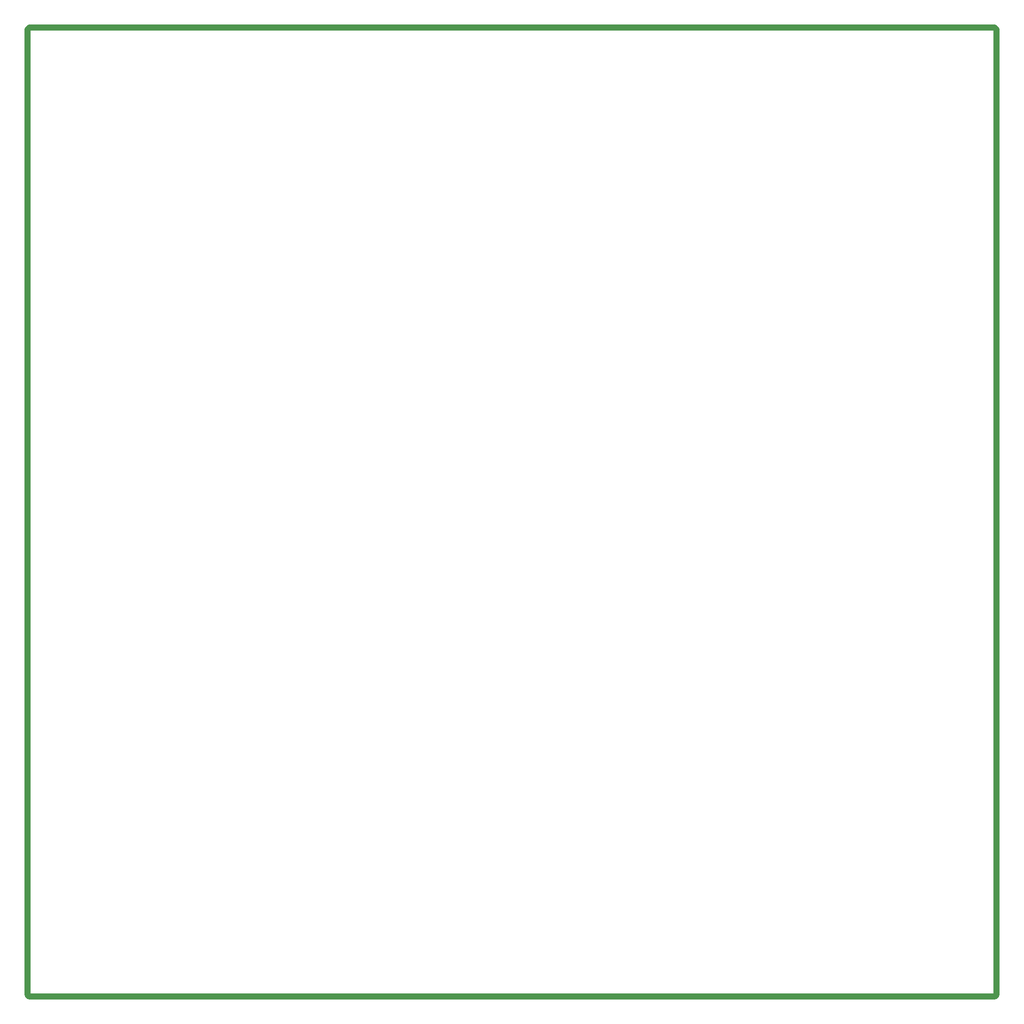
<source format=gbl>
G04 #@! TF.GenerationSoftware,KiCad,Pcbnew,7.0.9-1.fc39*
G04 #@! TF.CreationDate,2023-12-18T12:22:01-05:00*
G04 #@! TF.ProjectId,SYSMATT-WS2812-MATRIX-CARRIER-BLANK,5359534d-4154-4542-9d57-53323831322d,rev?*
G04 #@! TF.SameCoordinates,Original*
G04 #@! TF.FileFunction,Copper,L2,Bot*
G04 #@! TF.FilePolarity,Positive*
%FSLAX46Y46*%
G04 Gerber Fmt 4.6, Leading zero omitted, Abs format (unit mm)*
G04 Created by KiCad (PCBNEW 7.0.9-1.fc39) date 2023-12-18 12:22:01*
%MOMM*%
%LPD*%
G01*
G04 APERTURE LIST*
G04 APERTURE END LIST*
G04 #@! TA.AperFunction,NonConductor*
G36*
X180002695Y-19000735D02*
G01*
X180045519Y-19004482D01*
X180171771Y-19016918D01*
X180191685Y-19020541D01*
X180258349Y-19038403D01*
X180351570Y-19066682D01*
X180367971Y-19072958D01*
X180435411Y-19104406D01*
X180438375Y-19105888D01*
X180475969Y-19125982D01*
X180522327Y-19150762D01*
X180528667Y-19154657D01*
X180594828Y-19200983D01*
X180598600Y-19203844D01*
X180670808Y-19263103D01*
X180675309Y-19267182D01*
X180732815Y-19324688D01*
X180736895Y-19329190D01*
X180796154Y-19401398D01*
X180799015Y-19405170D01*
X180845341Y-19471331D01*
X180849236Y-19477671D01*
X180894101Y-19561605D01*
X180895614Y-19564631D01*
X180927040Y-19632027D01*
X180933319Y-19648435D01*
X180961601Y-19741669D01*
X180979454Y-19808299D01*
X180983082Y-19828238D01*
X180995523Y-19954554D01*
X180999264Y-19997302D01*
X180999500Y-20002710D01*
X180999500Y-179997289D01*
X180999264Y-180002697D01*
X180995523Y-180045445D01*
X180983082Y-180171760D01*
X180979454Y-180191699D01*
X180961601Y-180258330D01*
X180933318Y-180351563D01*
X180927040Y-180367971D01*
X180895614Y-180435367D01*
X180894101Y-180438393D01*
X180849236Y-180522327D01*
X180845341Y-180528667D01*
X180799015Y-180594828D01*
X180796154Y-180598600D01*
X180736895Y-180670808D01*
X180732806Y-180675320D01*
X180675320Y-180732806D01*
X180670808Y-180736895D01*
X180598600Y-180796154D01*
X180594828Y-180799015D01*
X180528667Y-180845341D01*
X180522327Y-180849236D01*
X180438393Y-180894101D01*
X180435367Y-180895614D01*
X180367971Y-180927040D01*
X180351563Y-180933318D01*
X180258330Y-180961601D01*
X180191699Y-180979454D01*
X180171760Y-180983082D01*
X180045445Y-180995523D01*
X180004789Y-180999080D01*
X180002696Y-180999264D01*
X179997290Y-180999500D01*
X20002710Y-180999500D01*
X19997303Y-180999264D01*
X19995015Y-180999063D01*
X19954554Y-180995523D01*
X19828238Y-180983082D01*
X19808299Y-180979454D01*
X19741669Y-180961601D01*
X19648435Y-180933319D01*
X19632027Y-180927040D01*
X19583433Y-180904381D01*
X19564618Y-180895607D01*
X19561605Y-180894101D01*
X19477671Y-180849236D01*
X19471331Y-180845341D01*
X19405170Y-180799015D01*
X19401398Y-180796154D01*
X19329190Y-180736895D01*
X19324688Y-180732815D01*
X19267182Y-180675309D01*
X19263103Y-180670808D01*
X19203844Y-180598600D01*
X19200983Y-180594828D01*
X19154657Y-180528667D01*
X19150762Y-180522327D01*
X19125982Y-180475969D01*
X19105888Y-180438375D01*
X19104406Y-180435411D01*
X19072958Y-180367971D01*
X19066682Y-180351570D01*
X19038398Y-180258330D01*
X19020541Y-180191685D01*
X19016918Y-180171771D01*
X19004482Y-180045519D01*
X19000735Y-180002695D01*
X19000500Y-179997293D01*
X19000500Y-20002705D01*
X19000618Y-20000000D01*
X20000000Y-20000000D01*
X20000000Y-180000000D01*
X180000000Y-180000000D01*
X180000000Y-20000000D01*
X20000000Y-20000000D01*
X19000618Y-20000000D01*
X19000736Y-19997299D01*
X19004476Y-19954554D01*
X19016918Y-19828223D01*
X19020542Y-19808309D01*
X19038402Y-19741653D01*
X19066683Y-19648424D01*
X19072953Y-19632037D01*
X19104420Y-19564558D01*
X19105872Y-19561653D01*
X19150764Y-19477666D01*
X19154657Y-19471331D01*
X19187837Y-19423945D01*
X19200994Y-19405155D01*
X19203827Y-19401420D01*
X19263122Y-19329168D01*
X19267162Y-19324710D01*
X19324710Y-19267162D01*
X19329168Y-19263122D01*
X19401420Y-19203827D01*
X19405155Y-19200994D01*
X19471334Y-19154654D01*
X19477666Y-19150764D01*
X19561653Y-19105872D01*
X19564558Y-19104420D01*
X19632037Y-19072953D01*
X19648424Y-19066683D01*
X19741653Y-19038402D01*
X19808309Y-19020542D01*
X19828223Y-19016918D01*
X19954542Y-19004477D01*
X19997305Y-19000735D01*
X20002706Y-19000500D01*
X179997293Y-19000500D01*
X180002695Y-19000735D01*
G37*
G04 #@! TD.AperFunction*
M02*

</source>
